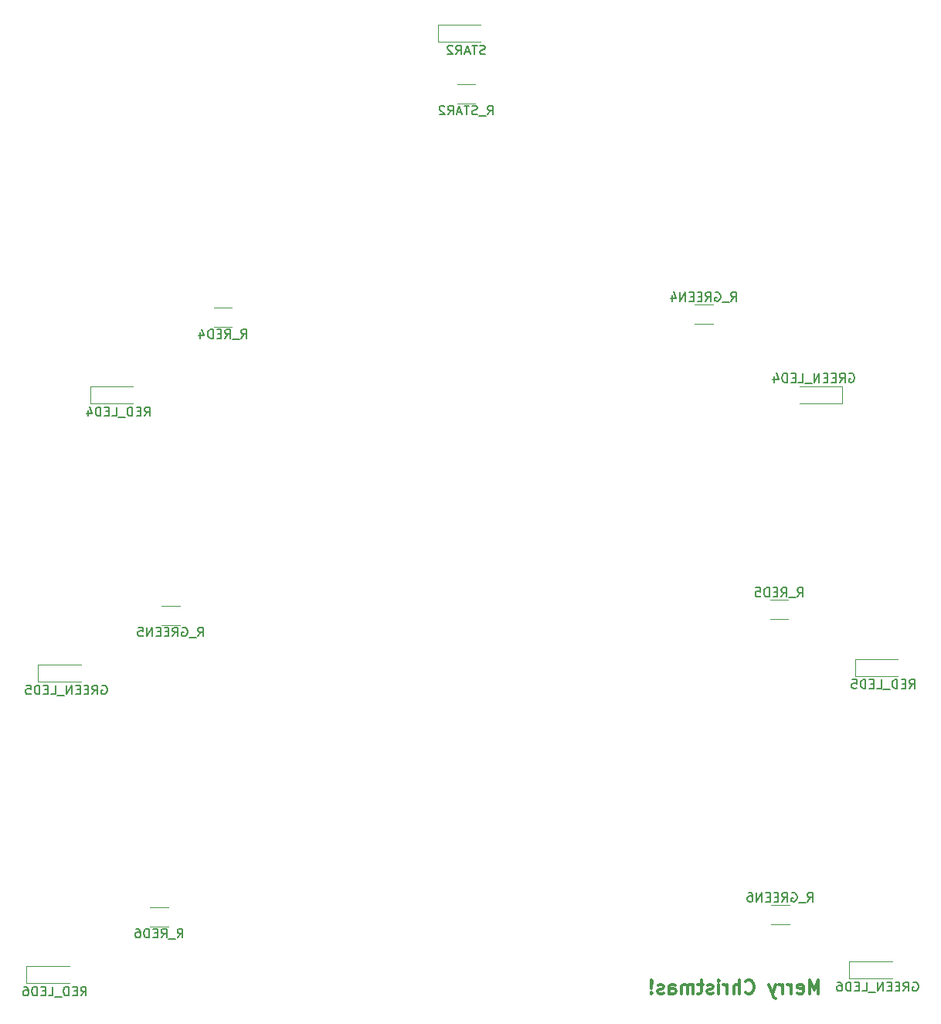
<source format=gbr>
G04 #@! TF.FileFunction,Legend,Bot*
%FSLAX46Y46*%
G04 Gerber Fmt 4.6, Leading zero omitted, Abs format (unit mm)*
G04 Created by KiCad (PCBNEW 4.0.6) date Monday, November 13, 2017 'PMt' 07:08:10 PM*
%MOMM*%
%LPD*%
G01*
G04 APERTURE LIST*
%ADD10C,0.100000*%
%ADD11C,0.300000*%
%ADD12C,0.120000*%
%ADD13C,0.150000*%
G04 APERTURE END LIST*
D10*
D11*
X133856857Y-130345571D02*
X133856857Y-128845571D01*
X133356857Y-129917000D01*
X132856857Y-128845571D01*
X132856857Y-130345571D01*
X131571143Y-130274143D02*
X131714000Y-130345571D01*
X131999714Y-130345571D01*
X132142571Y-130274143D01*
X132214000Y-130131286D01*
X132214000Y-129559857D01*
X132142571Y-129417000D01*
X131999714Y-129345571D01*
X131714000Y-129345571D01*
X131571143Y-129417000D01*
X131499714Y-129559857D01*
X131499714Y-129702714D01*
X132214000Y-129845571D01*
X130856857Y-130345571D02*
X130856857Y-129345571D01*
X130856857Y-129631286D02*
X130785429Y-129488429D01*
X130714000Y-129417000D01*
X130571143Y-129345571D01*
X130428286Y-129345571D01*
X129928286Y-130345571D02*
X129928286Y-129345571D01*
X129928286Y-129631286D02*
X129856858Y-129488429D01*
X129785429Y-129417000D01*
X129642572Y-129345571D01*
X129499715Y-129345571D01*
X129142572Y-129345571D02*
X128785429Y-130345571D01*
X128428287Y-129345571D02*
X128785429Y-130345571D01*
X128928287Y-130702714D01*
X128999715Y-130774143D01*
X129142572Y-130845571D01*
X125856858Y-130202714D02*
X125928287Y-130274143D01*
X126142573Y-130345571D01*
X126285430Y-130345571D01*
X126499715Y-130274143D01*
X126642573Y-130131286D01*
X126714001Y-129988429D01*
X126785430Y-129702714D01*
X126785430Y-129488429D01*
X126714001Y-129202714D01*
X126642573Y-129059857D01*
X126499715Y-128917000D01*
X126285430Y-128845571D01*
X126142573Y-128845571D01*
X125928287Y-128917000D01*
X125856858Y-128988429D01*
X125214001Y-130345571D02*
X125214001Y-128845571D01*
X124571144Y-130345571D02*
X124571144Y-129559857D01*
X124642573Y-129417000D01*
X124785430Y-129345571D01*
X124999715Y-129345571D01*
X125142573Y-129417000D01*
X125214001Y-129488429D01*
X123856858Y-130345571D02*
X123856858Y-129345571D01*
X123856858Y-129631286D02*
X123785430Y-129488429D01*
X123714001Y-129417000D01*
X123571144Y-129345571D01*
X123428287Y-129345571D01*
X122928287Y-130345571D02*
X122928287Y-129345571D01*
X122928287Y-128845571D02*
X122999716Y-128917000D01*
X122928287Y-128988429D01*
X122856859Y-128917000D01*
X122928287Y-128845571D01*
X122928287Y-128988429D01*
X122285430Y-130274143D02*
X122142573Y-130345571D01*
X121856858Y-130345571D01*
X121714001Y-130274143D01*
X121642573Y-130131286D01*
X121642573Y-130059857D01*
X121714001Y-129917000D01*
X121856858Y-129845571D01*
X122071144Y-129845571D01*
X122214001Y-129774143D01*
X122285430Y-129631286D01*
X122285430Y-129559857D01*
X122214001Y-129417000D01*
X122071144Y-129345571D01*
X121856858Y-129345571D01*
X121714001Y-129417000D01*
X121214001Y-129345571D02*
X120642572Y-129345571D01*
X120999715Y-128845571D02*
X120999715Y-130131286D01*
X120928287Y-130274143D01*
X120785429Y-130345571D01*
X120642572Y-130345571D01*
X120142572Y-130345571D02*
X120142572Y-129345571D01*
X120142572Y-129488429D02*
X120071144Y-129417000D01*
X119928286Y-129345571D01*
X119714001Y-129345571D01*
X119571144Y-129417000D01*
X119499715Y-129559857D01*
X119499715Y-130345571D01*
X119499715Y-129559857D02*
X119428286Y-129417000D01*
X119285429Y-129345571D01*
X119071144Y-129345571D01*
X118928286Y-129417000D01*
X118856858Y-129559857D01*
X118856858Y-130345571D01*
X117499715Y-130345571D02*
X117499715Y-129559857D01*
X117571144Y-129417000D01*
X117714001Y-129345571D01*
X117999715Y-129345571D01*
X118142572Y-129417000D01*
X117499715Y-130274143D02*
X117642572Y-130345571D01*
X117999715Y-130345571D01*
X118142572Y-130274143D01*
X118214001Y-130131286D01*
X118214001Y-129988429D01*
X118142572Y-129845571D01*
X117999715Y-129774143D01*
X117642572Y-129774143D01*
X117499715Y-129702714D01*
X116856858Y-130274143D02*
X116714001Y-130345571D01*
X116428286Y-130345571D01*
X116285429Y-130274143D01*
X116214001Y-130131286D01*
X116214001Y-130059857D01*
X116285429Y-129917000D01*
X116428286Y-129845571D01*
X116642572Y-129845571D01*
X116785429Y-129774143D01*
X116856858Y-129631286D01*
X116856858Y-129559857D01*
X116785429Y-129417000D01*
X116642572Y-129345571D01*
X116428286Y-129345571D01*
X116285429Y-129417000D01*
X115571143Y-130202714D02*
X115499715Y-130274143D01*
X115571143Y-130345571D01*
X115642572Y-130274143D01*
X115571143Y-130202714D01*
X115571143Y-130345571D01*
X115571143Y-129774143D02*
X115642572Y-128917000D01*
X115571143Y-128845571D01*
X115499715Y-128917000D01*
X115571143Y-129774143D01*
X115571143Y-128845571D01*
D12*
X136450000Y-63820000D02*
X136450000Y-65720000D01*
X136450000Y-65720000D02*
X131750000Y-65720000D01*
X136450000Y-63820000D02*
X131750000Y-63820000D01*
X48335000Y-96200000D02*
X48335000Y-94300000D01*
X48335000Y-94300000D02*
X53035000Y-94300000D01*
X48335000Y-96200000D02*
X53035000Y-96200000D01*
X137235000Y-128712000D02*
X137235000Y-126812000D01*
X137235000Y-126812000D02*
X141935000Y-126812000D01*
X137235000Y-128712000D02*
X141935000Y-128712000D01*
X54050000Y-65720000D02*
X54050000Y-63820000D01*
X54050000Y-63820000D02*
X58750000Y-63820000D01*
X54050000Y-65720000D02*
X58750000Y-65720000D01*
X137870000Y-95565000D02*
X137870000Y-93665000D01*
X137870000Y-93665000D02*
X142570000Y-93665000D01*
X137870000Y-95565000D02*
X142570000Y-95565000D01*
X47065000Y-129220000D02*
X47065000Y-127320000D01*
X47065000Y-127320000D02*
X51765000Y-127320000D01*
X47065000Y-129220000D02*
X51765000Y-129220000D01*
X120285000Y-56950000D02*
X122285000Y-56950000D01*
X122285000Y-54810000D02*
X120285000Y-54810000D01*
X63865000Y-87830000D02*
X61865000Y-87830000D01*
X61865000Y-89970000D02*
X63865000Y-89970000D01*
X128667000Y-122736000D02*
X130667000Y-122736000D01*
X130667000Y-120596000D02*
X128667000Y-120596000D01*
X69580000Y-55191000D02*
X67580000Y-55191000D01*
X67580000Y-57331000D02*
X69580000Y-57331000D01*
X128540000Y-89335000D02*
X130540000Y-89335000D01*
X130540000Y-87195000D02*
X128540000Y-87195000D01*
X62595000Y-120850000D02*
X60595000Y-120850000D01*
X60595000Y-122990000D02*
X62595000Y-122990000D01*
X96250000Y-30680000D02*
X94250000Y-30680000D01*
X94250000Y-32820000D02*
X96250000Y-32820000D01*
X92150000Y-26096000D02*
X92150000Y-24196000D01*
X92150000Y-24196000D02*
X96850000Y-24196000D01*
X92150000Y-26096000D02*
X96850000Y-26096000D01*
D13*
X137230952Y-62420000D02*
X137326190Y-62372381D01*
X137469047Y-62372381D01*
X137611905Y-62420000D01*
X137707143Y-62515238D01*
X137754762Y-62610476D01*
X137802381Y-62800952D01*
X137802381Y-62943810D01*
X137754762Y-63134286D01*
X137707143Y-63229524D01*
X137611905Y-63324762D01*
X137469047Y-63372381D01*
X137373809Y-63372381D01*
X137230952Y-63324762D01*
X137183333Y-63277143D01*
X137183333Y-62943810D01*
X137373809Y-62943810D01*
X136183333Y-63372381D02*
X136516667Y-62896190D01*
X136754762Y-63372381D02*
X136754762Y-62372381D01*
X136373809Y-62372381D01*
X136278571Y-62420000D01*
X136230952Y-62467619D01*
X136183333Y-62562857D01*
X136183333Y-62705714D01*
X136230952Y-62800952D01*
X136278571Y-62848571D01*
X136373809Y-62896190D01*
X136754762Y-62896190D01*
X135754762Y-62848571D02*
X135421428Y-62848571D01*
X135278571Y-63372381D02*
X135754762Y-63372381D01*
X135754762Y-62372381D01*
X135278571Y-62372381D01*
X134850000Y-62848571D02*
X134516666Y-62848571D01*
X134373809Y-63372381D02*
X134850000Y-63372381D01*
X134850000Y-62372381D01*
X134373809Y-62372381D01*
X133945238Y-63372381D02*
X133945238Y-62372381D01*
X133373809Y-63372381D01*
X133373809Y-62372381D01*
X133135714Y-63467619D02*
X132373809Y-63467619D01*
X131659523Y-63372381D02*
X132135714Y-63372381D01*
X132135714Y-62372381D01*
X131326190Y-62848571D02*
X130992856Y-62848571D01*
X130849999Y-63372381D02*
X131326190Y-63372381D01*
X131326190Y-62372381D01*
X130849999Y-62372381D01*
X130421428Y-63372381D02*
X130421428Y-62372381D01*
X130183333Y-62372381D01*
X130040475Y-62420000D01*
X129945237Y-62515238D01*
X129897618Y-62610476D01*
X129849999Y-62800952D01*
X129849999Y-62943810D01*
X129897618Y-63134286D01*
X129945237Y-63229524D01*
X130040475Y-63324762D01*
X130183333Y-63372381D01*
X130421428Y-63372381D01*
X128992856Y-62705714D02*
X128992856Y-63372381D01*
X129230952Y-62324762D02*
X129469047Y-63039048D01*
X128849999Y-63039048D01*
X55315952Y-96600000D02*
X55411190Y-96552381D01*
X55554047Y-96552381D01*
X55696905Y-96600000D01*
X55792143Y-96695238D01*
X55839762Y-96790476D01*
X55887381Y-96980952D01*
X55887381Y-97123810D01*
X55839762Y-97314286D01*
X55792143Y-97409524D01*
X55696905Y-97504762D01*
X55554047Y-97552381D01*
X55458809Y-97552381D01*
X55315952Y-97504762D01*
X55268333Y-97457143D01*
X55268333Y-97123810D01*
X55458809Y-97123810D01*
X54268333Y-97552381D02*
X54601667Y-97076190D01*
X54839762Y-97552381D02*
X54839762Y-96552381D01*
X54458809Y-96552381D01*
X54363571Y-96600000D01*
X54315952Y-96647619D01*
X54268333Y-96742857D01*
X54268333Y-96885714D01*
X54315952Y-96980952D01*
X54363571Y-97028571D01*
X54458809Y-97076190D01*
X54839762Y-97076190D01*
X53839762Y-97028571D02*
X53506428Y-97028571D01*
X53363571Y-97552381D02*
X53839762Y-97552381D01*
X53839762Y-96552381D01*
X53363571Y-96552381D01*
X52935000Y-97028571D02*
X52601666Y-97028571D01*
X52458809Y-97552381D02*
X52935000Y-97552381D01*
X52935000Y-96552381D01*
X52458809Y-96552381D01*
X52030238Y-97552381D02*
X52030238Y-96552381D01*
X51458809Y-97552381D01*
X51458809Y-96552381D01*
X51220714Y-97647619D02*
X50458809Y-97647619D01*
X49744523Y-97552381D02*
X50220714Y-97552381D01*
X50220714Y-96552381D01*
X49411190Y-97028571D02*
X49077856Y-97028571D01*
X48934999Y-97552381D02*
X49411190Y-97552381D01*
X49411190Y-96552381D01*
X48934999Y-96552381D01*
X48506428Y-97552381D02*
X48506428Y-96552381D01*
X48268333Y-96552381D01*
X48125475Y-96600000D01*
X48030237Y-96695238D01*
X47982618Y-96790476D01*
X47934999Y-96980952D01*
X47934999Y-97123810D01*
X47982618Y-97314286D01*
X48030237Y-97409524D01*
X48125475Y-97504762D01*
X48268333Y-97552381D01*
X48506428Y-97552381D01*
X47030237Y-96552381D02*
X47506428Y-96552381D01*
X47554047Y-97028571D01*
X47506428Y-96980952D01*
X47411190Y-96933333D01*
X47173094Y-96933333D01*
X47077856Y-96980952D01*
X47030237Y-97028571D01*
X46982618Y-97123810D01*
X46982618Y-97361905D01*
X47030237Y-97457143D01*
X47077856Y-97504762D01*
X47173094Y-97552381D01*
X47411190Y-97552381D01*
X47506428Y-97504762D01*
X47554047Y-97457143D01*
X144215952Y-129112000D02*
X144311190Y-129064381D01*
X144454047Y-129064381D01*
X144596905Y-129112000D01*
X144692143Y-129207238D01*
X144739762Y-129302476D01*
X144787381Y-129492952D01*
X144787381Y-129635810D01*
X144739762Y-129826286D01*
X144692143Y-129921524D01*
X144596905Y-130016762D01*
X144454047Y-130064381D01*
X144358809Y-130064381D01*
X144215952Y-130016762D01*
X144168333Y-129969143D01*
X144168333Y-129635810D01*
X144358809Y-129635810D01*
X143168333Y-130064381D02*
X143501667Y-129588190D01*
X143739762Y-130064381D02*
X143739762Y-129064381D01*
X143358809Y-129064381D01*
X143263571Y-129112000D01*
X143215952Y-129159619D01*
X143168333Y-129254857D01*
X143168333Y-129397714D01*
X143215952Y-129492952D01*
X143263571Y-129540571D01*
X143358809Y-129588190D01*
X143739762Y-129588190D01*
X142739762Y-129540571D02*
X142406428Y-129540571D01*
X142263571Y-130064381D02*
X142739762Y-130064381D01*
X142739762Y-129064381D01*
X142263571Y-129064381D01*
X141835000Y-129540571D02*
X141501666Y-129540571D01*
X141358809Y-130064381D02*
X141835000Y-130064381D01*
X141835000Y-129064381D01*
X141358809Y-129064381D01*
X140930238Y-130064381D02*
X140930238Y-129064381D01*
X140358809Y-130064381D01*
X140358809Y-129064381D01*
X140120714Y-130159619D02*
X139358809Y-130159619D01*
X138644523Y-130064381D02*
X139120714Y-130064381D01*
X139120714Y-129064381D01*
X138311190Y-129540571D02*
X137977856Y-129540571D01*
X137834999Y-130064381D02*
X138311190Y-130064381D01*
X138311190Y-129064381D01*
X137834999Y-129064381D01*
X137406428Y-130064381D02*
X137406428Y-129064381D01*
X137168333Y-129064381D01*
X137025475Y-129112000D01*
X136930237Y-129207238D01*
X136882618Y-129302476D01*
X136834999Y-129492952D01*
X136834999Y-129635810D01*
X136882618Y-129826286D01*
X136930237Y-129921524D01*
X137025475Y-130016762D01*
X137168333Y-130064381D01*
X137406428Y-130064381D01*
X135977856Y-129064381D02*
X136168333Y-129064381D01*
X136263571Y-129112000D01*
X136311190Y-129159619D01*
X136406428Y-129302476D01*
X136454047Y-129492952D01*
X136454047Y-129873905D01*
X136406428Y-129969143D01*
X136358809Y-130016762D01*
X136263571Y-130064381D01*
X136073094Y-130064381D01*
X135977856Y-130016762D01*
X135930237Y-129969143D01*
X135882618Y-129873905D01*
X135882618Y-129635810D01*
X135930237Y-129540571D01*
X135977856Y-129492952D01*
X136073094Y-129445333D01*
X136263571Y-129445333D01*
X136358809Y-129492952D01*
X136406428Y-129540571D01*
X136454047Y-129635810D01*
X60007143Y-67072381D02*
X60340477Y-66596190D01*
X60578572Y-67072381D02*
X60578572Y-66072381D01*
X60197619Y-66072381D01*
X60102381Y-66120000D01*
X60054762Y-66167619D01*
X60007143Y-66262857D01*
X60007143Y-66405714D01*
X60054762Y-66500952D01*
X60102381Y-66548571D01*
X60197619Y-66596190D01*
X60578572Y-66596190D01*
X59578572Y-66548571D02*
X59245238Y-66548571D01*
X59102381Y-67072381D02*
X59578572Y-67072381D01*
X59578572Y-66072381D01*
X59102381Y-66072381D01*
X58673810Y-67072381D02*
X58673810Y-66072381D01*
X58435715Y-66072381D01*
X58292857Y-66120000D01*
X58197619Y-66215238D01*
X58150000Y-66310476D01*
X58102381Y-66500952D01*
X58102381Y-66643810D01*
X58150000Y-66834286D01*
X58197619Y-66929524D01*
X58292857Y-67024762D01*
X58435715Y-67072381D01*
X58673810Y-67072381D01*
X57911905Y-67167619D02*
X57150000Y-67167619D01*
X56435714Y-67072381D02*
X56911905Y-67072381D01*
X56911905Y-66072381D01*
X56102381Y-66548571D02*
X55769047Y-66548571D01*
X55626190Y-67072381D02*
X56102381Y-67072381D01*
X56102381Y-66072381D01*
X55626190Y-66072381D01*
X55197619Y-67072381D02*
X55197619Y-66072381D01*
X54959524Y-66072381D01*
X54816666Y-66120000D01*
X54721428Y-66215238D01*
X54673809Y-66310476D01*
X54626190Y-66500952D01*
X54626190Y-66643810D01*
X54673809Y-66834286D01*
X54721428Y-66929524D01*
X54816666Y-67024762D01*
X54959524Y-67072381D01*
X55197619Y-67072381D01*
X53769047Y-66405714D02*
X53769047Y-67072381D01*
X54007143Y-66024762D02*
X54245238Y-66739048D01*
X53626190Y-66739048D01*
X143827143Y-96917381D02*
X144160477Y-96441190D01*
X144398572Y-96917381D02*
X144398572Y-95917381D01*
X144017619Y-95917381D01*
X143922381Y-95965000D01*
X143874762Y-96012619D01*
X143827143Y-96107857D01*
X143827143Y-96250714D01*
X143874762Y-96345952D01*
X143922381Y-96393571D01*
X144017619Y-96441190D01*
X144398572Y-96441190D01*
X143398572Y-96393571D02*
X143065238Y-96393571D01*
X142922381Y-96917381D02*
X143398572Y-96917381D01*
X143398572Y-95917381D01*
X142922381Y-95917381D01*
X142493810Y-96917381D02*
X142493810Y-95917381D01*
X142255715Y-95917381D01*
X142112857Y-95965000D01*
X142017619Y-96060238D01*
X141970000Y-96155476D01*
X141922381Y-96345952D01*
X141922381Y-96488810D01*
X141970000Y-96679286D01*
X142017619Y-96774524D01*
X142112857Y-96869762D01*
X142255715Y-96917381D01*
X142493810Y-96917381D01*
X141731905Y-97012619D02*
X140970000Y-97012619D01*
X140255714Y-96917381D02*
X140731905Y-96917381D01*
X140731905Y-95917381D01*
X139922381Y-96393571D02*
X139589047Y-96393571D01*
X139446190Y-96917381D02*
X139922381Y-96917381D01*
X139922381Y-95917381D01*
X139446190Y-95917381D01*
X139017619Y-96917381D02*
X139017619Y-95917381D01*
X138779524Y-95917381D01*
X138636666Y-95965000D01*
X138541428Y-96060238D01*
X138493809Y-96155476D01*
X138446190Y-96345952D01*
X138446190Y-96488810D01*
X138493809Y-96679286D01*
X138541428Y-96774524D01*
X138636666Y-96869762D01*
X138779524Y-96917381D01*
X139017619Y-96917381D01*
X137541428Y-95917381D02*
X138017619Y-95917381D01*
X138065238Y-96393571D01*
X138017619Y-96345952D01*
X137922381Y-96298333D01*
X137684285Y-96298333D01*
X137589047Y-96345952D01*
X137541428Y-96393571D01*
X137493809Y-96488810D01*
X137493809Y-96726905D01*
X137541428Y-96822143D01*
X137589047Y-96869762D01*
X137684285Y-96917381D01*
X137922381Y-96917381D01*
X138017619Y-96869762D01*
X138065238Y-96822143D01*
X53022143Y-130572381D02*
X53355477Y-130096190D01*
X53593572Y-130572381D02*
X53593572Y-129572381D01*
X53212619Y-129572381D01*
X53117381Y-129620000D01*
X53069762Y-129667619D01*
X53022143Y-129762857D01*
X53022143Y-129905714D01*
X53069762Y-130000952D01*
X53117381Y-130048571D01*
X53212619Y-130096190D01*
X53593572Y-130096190D01*
X52593572Y-130048571D02*
X52260238Y-130048571D01*
X52117381Y-130572381D02*
X52593572Y-130572381D01*
X52593572Y-129572381D01*
X52117381Y-129572381D01*
X51688810Y-130572381D02*
X51688810Y-129572381D01*
X51450715Y-129572381D01*
X51307857Y-129620000D01*
X51212619Y-129715238D01*
X51165000Y-129810476D01*
X51117381Y-130000952D01*
X51117381Y-130143810D01*
X51165000Y-130334286D01*
X51212619Y-130429524D01*
X51307857Y-130524762D01*
X51450715Y-130572381D01*
X51688810Y-130572381D01*
X50926905Y-130667619D02*
X50165000Y-130667619D01*
X49450714Y-130572381D02*
X49926905Y-130572381D01*
X49926905Y-129572381D01*
X49117381Y-130048571D02*
X48784047Y-130048571D01*
X48641190Y-130572381D02*
X49117381Y-130572381D01*
X49117381Y-129572381D01*
X48641190Y-129572381D01*
X48212619Y-130572381D02*
X48212619Y-129572381D01*
X47974524Y-129572381D01*
X47831666Y-129620000D01*
X47736428Y-129715238D01*
X47688809Y-129810476D01*
X47641190Y-130000952D01*
X47641190Y-130143810D01*
X47688809Y-130334286D01*
X47736428Y-130429524D01*
X47831666Y-130524762D01*
X47974524Y-130572381D01*
X48212619Y-130572381D01*
X46784047Y-129572381D02*
X46974524Y-129572381D01*
X47069762Y-129620000D01*
X47117381Y-129667619D01*
X47212619Y-129810476D01*
X47260238Y-130000952D01*
X47260238Y-130381905D01*
X47212619Y-130477143D01*
X47165000Y-130524762D01*
X47069762Y-130572381D01*
X46879285Y-130572381D01*
X46784047Y-130524762D01*
X46736428Y-130477143D01*
X46688809Y-130381905D01*
X46688809Y-130143810D01*
X46736428Y-130048571D01*
X46784047Y-130000952D01*
X46879285Y-129953333D01*
X47069762Y-129953333D01*
X47165000Y-130000952D01*
X47212619Y-130048571D01*
X47260238Y-130143810D01*
X124261190Y-54482381D02*
X124594524Y-54006190D01*
X124832619Y-54482381D02*
X124832619Y-53482381D01*
X124451666Y-53482381D01*
X124356428Y-53530000D01*
X124308809Y-53577619D01*
X124261190Y-53672857D01*
X124261190Y-53815714D01*
X124308809Y-53910952D01*
X124356428Y-53958571D01*
X124451666Y-54006190D01*
X124832619Y-54006190D01*
X124070714Y-54577619D02*
X123308809Y-54577619D01*
X122546904Y-53530000D02*
X122642142Y-53482381D01*
X122784999Y-53482381D01*
X122927857Y-53530000D01*
X123023095Y-53625238D01*
X123070714Y-53720476D01*
X123118333Y-53910952D01*
X123118333Y-54053810D01*
X123070714Y-54244286D01*
X123023095Y-54339524D01*
X122927857Y-54434762D01*
X122784999Y-54482381D01*
X122689761Y-54482381D01*
X122546904Y-54434762D01*
X122499285Y-54387143D01*
X122499285Y-54053810D01*
X122689761Y-54053810D01*
X121499285Y-54482381D02*
X121832619Y-54006190D01*
X122070714Y-54482381D02*
X122070714Y-53482381D01*
X121689761Y-53482381D01*
X121594523Y-53530000D01*
X121546904Y-53577619D01*
X121499285Y-53672857D01*
X121499285Y-53815714D01*
X121546904Y-53910952D01*
X121594523Y-53958571D01*
X121689761Y-54006190D01*
X122070714Y-54006190D01*
X121070714Y-53958571D02*
X120737380Y-53958571D01*
X120594523Y-54482381D02*
X121070714Y-54482381D01*
X121070714Y-53482381D01*
X120594523Y-53482381D01*
X120165952Y-53958571D02*
X119832618Y-53958571D01*
X119689761Y-54482381D02*
X120165952Y-54482381D01*
X120165952Y-53482381D01*
X119689761Y-53482381D01*
X119261190Y-54482381D02*
X119261190Y-53482381D01*
X118689761Y-54482381D01*
X118689761Y-53482381D01*
X117784999Y-53815714D02*
X117784999Y-54482381D01*
X118023095Y-53434762D02*
X118261190Y-54149048D01*
X117642142Y-54149048D01*
X65841190Y-91202381D02*
X66174524Y-90726190D01*
X66412619Y-91202381D02*
X66412619Y-90202381D01*
X66031666Y-90202381D01*
X65936428Y-90250000D01*
X65888809Y-90297619D01*
X65841190Y-90392857D01*
X65841190Y-90535714D01*
X65888809Y-90630952D01*
X65936428Y-90678571D01*
X66031666Y-90726190D01*
X66412619Y-90726190D01*
X65650714Y-91297619D02*
X64888809Y-91297619D01*
X64126904Y-90250000D02*
X64222142Y-90202381D01*
X64364999Y-90202381D01*
X64507857Y-90250000D01*
X64603095Y-90345238D01*
X64650714Y-90440476D01*
X64698333Y-90630952D01*
X64698333Y-90773810D01*
X64650714Y-90964286D01*
X64603095Y-91059524D01*
X64507857Y-91154762D01*
X64364999Y-91202381D01*
X64269761Y-91202381D01*
X64126904Y-91154762D01*
X64079285Y-91107143D01*
X64079285Y-90773810D01*
X64269761Y-90773810D01*
X63079285Y-91202381D02*
X63412619Y-90726190D01*
X63650714Y-91202381D02*
X63650714Y-90202381D01*
X63269761Y-90202381D01*
X63174523Y-90250000D01*
X63126904Y-90297619D01*
X63079285Y-90392857D01*
X63079285Y-90535714D01*
X63126904Y-90630952D01*
X63174523Y-90678571D01*
X63269761Y-90726190D01*
X63650714Y-90726190D01*
X62650714Y-90678571D02*
X62317380Y-90678571D01*
X62174523Y-91202381D02*
X62650714Y-91202381D01*
X62650714Y-90202381D01*
X62174523Y-90202381D01*
X61745952Y-90678571D02*
X61412618Y-90678571D01*
X61269761Y-91202381D02*
X61745952Y-91202381D01*
X61745952Y-90202381D01*
X61269761Y-90202381D01*
X60841190Y-91202381D02*
X60841190Y-90202381D01*
X60269761Y-91202381D01*
X60269761Y-90202381D01*
X59317380Y-90202381D02*
X59793571Y-90202381D01*
X59841190Y-90678571D01*
X59793571Y-90630952D01*
X59698333Y-90583333D01*
X59460237Y-90583333D01*
X59364999Y-90630952D01*
X59317380Y-90678571D01*
X59269761Y-90773810D01*
X59269761Y-91011905D01*
X59317380Y-91107143D01*
X59364999Y-91154762D01*
X59460237Y-91202381D01*
X59698333Y-91202381D01*
X59793571Y-91154762D01*
X59841190Y-91107143D01*
X132643190Y-120268381D02*
X132976524Y-119792190D01*
X133214619Y-120268381D02*
X133214619Y-119268381D01*
X132833666Y-119268381D01*
X132738428Y-119316000D01*
X132690809Y-119363619D01*
X132643190Y-119458857D01*
X132643190Y-119601714D01*
X132690809Y-119696952D01*
X132738428Y-119744571D01*
X132833666Y-119792190D01*
X133214619Y-119792190D01*
X132452714Y-120363619D02*
X131690809Y-120363619D01*
X130928904Y-119316000D02*
X131024142Y-119268381D01*
X131166999Y-119268381D01*
X131309857Y-119316000D01*
X131405095Y-119411238D01*
X131452714Y-119506476D01*
X131500333Y-119696952D01*
X131500333Y-119839810D01*
X131452714Y-120030286D01*
X131405095Y-120125524D01*
X131309857Y-120220762D01*
X131166999Y-120268381D01*
X131071761Y-120268381D01*
X130928904Y-120220762D01*
X130881285Y-120173143D01*
X130881285Y-119839810D01*
X131071761Y-119839810D01*
X129881285Y-120268381D02*
X130214619Y-119792190D01*
X130452714Y-120268381D02*
X130452714Y-119268381D01*
X130071761Y-119268381D01*
X129976523Y-119316000D01*
X129928904Y-119363619D01*
X129881285Y-119458857D01*
X129881285Y-119601714D01*
X129928904Y-119696952D01*
X129976523Y-119744571D01*
X130071761Y-119792190D01*
X130452714Y-119792190D01*
X129452714Y-119744571D02*
X129119380Y-119744571D01*
X128976523Y-120268381D02*
X129452714Y-120268381D01*
X129452714Y-119268381D01*
X128976523Y-119268381D01*
X128547952Y-119744571D02*
X128214618Y-119744571D01*
X128071761Y-120268381D02*
X128547952Y-120268381D01*
X128547952Y-119268381D01*
X128071761Y-119268381D01*
X127643190Y-120268381D02*
X127643190Y-119268381D01*
X127071761Y-120268381D01*
X127071761Y-119268381D01*
X126166999Y-119268381D02*
X126357476Y-119268381D01*
X126452714Y-119316000D01*
X126500333Y-119363619D01*
X126595571Y-119506476D01*
X126643190Y-119696952D01*
X126643190Y-120077905D01*
X126595571Y-120173143D01*
X126547952Y-120220762D01*
X126452714Y-120268381D01*
X126262237Y-120268381D01*
X126166999Y-120220762D01*
X126119380Y-120173143D01*
X126071761Y-120077905D01*
X126071761Y-119839810D01*
X126119380Y-119744571D01*
X126166999Y-119696952D01*
X126262237Y-119649333D01*
X126452714Y-119649333D01*
X126547952Y-119696952D01*
X126595571Y-119744571D01*
X126643190Y-119839810D01*
X70580000Y-58563381D02*
X70913334Y-58087190D01*
X71151429Y-58563381D02*
X71151429Y-57563381D01*
X70770476Y-57563381D01*
X70675238Y-57611000D01*
X70627619Y-57658619D01*
X70580000Y-57753857D01*
X70580000Y-57896714D01*
X70627619Y-57991952D01*
X70675238Y-58039571D01*
X70770476Y-58087190D01*
X71151429Y-58087190D01*
X70389524Y-58658619D02*
X69627619Y-58658619D01*
X68818095Y-58563381D02*
X69151429Y-58087190D01*
X69389524Y-58563381D02*
X69389524Y-57563381D01*
X69008571Y-57563381D01*
X68913333Y-57611000D01*
X68865714Y-57658619D01*
X68818095Y-57753857D01*
X68818095Y-57896714D01*
X68865714Y-57991952D01*
X68913333Y-58039571D01*
X69008571Y-58087190D01*
X69389524Y-58087190D01*
X68389524Y-58039571D02*
X68056190Y-58039571D01*
X67913333Y-58563381D02*
X68389524Y-58563381D01*
X68389524Y-57563381D01*
X67913333Y-57563381D01*
X67484762Y-58563381D02*
X67484762Y-57563381D01*
X67246667Y-57563381D01*
X67103809Y-57611000D01*
X67008571Y-57706238D01*
X66960952Y-57801476D01*
X66913333Y-57991952D01*
X66913333Y-58134810D01*
X66960952Y-58325286D01*
X67008571Y-58420524D01*
X67103809Y-58515762D01*
X67246667Y-58563381D01*
X67484762Y-58563381D01*
X66056190Y-57896714D02*
X66056190Y-58563381D01*
X66294286Y-57515762D02*
X66532381Y-58230048D01*
X65913333Y-58230048D01*
X131540000Y-86867381D02*
X131873334Y-86391190D01*
X132111429Y-86867381D02*
X132111429Y-85867381D01*
X131730476Y-85867381D01*
X131635238Y-85915000D01*
X131587619Y-85962619D01*
X131540000Y-86057857D01*
X131540000Y-86200714D01*
X131587619Y-86295952D01*
X131635238Y-86343571D01*
X131730476Y-86391190D01*
X132111429Y-86391190D01*
X131349524Y-86962619D02*
X130587619Y-86962619D01*
X129778095Y-86867381D02*
X130111429Y-86391190D01*
X130349524Y-86867381D02*
X130349524Y-85867381D01*
X129968571Y-85867381D01*
X129873333Y-85915000D01*
X129825714Y-85962619D01*
X129778095Y-86057857D01*
X129778095Y-86200714D01*
X129825714Y-86295952D01*
X129873333Y-86343571D01*
X129968571Y-86391190D01*
X130349524Y-86391190D01*
X129349524Y-86343571D02*
X129016190Y-86343571D01*
X128873333Y-86867381D02*
X129349524Y-86867381D01*
X129349524Y-85867381D01*
X128873333Y-85867381D01*
X128444762Y-86867381D02*
X128444762Y-85867381D01*
X128206667Y-85867381D01*
X128063809Y-85915000D01*
X127968571Y-86010238D01*
X127920952Y-86105476D01*
X127873333Y-86295952D01*
X127873333Y-86438810D01*
X127920952Y-86629286D01*
X127968571Y-86724524D01*
X128063809Y-86819762D01*
X128206667Y-86867381D01*
X128444762Y-86867381D01*
X126968571Y-85867381D02*
X127444762Y-85867381D01*
X127492381Y-86343571D01*
X127444762Y-86295952D01*
X127349524Y-86248333D01*
X127111428Y-86248333D01*
X127016190Y-86295952D01*
X126968571Y-86343571D01*
X126920952Y-86438810D01*
X126920952Y-86676905D01*
X126968571Y-86772143D01*
X127016190Y-86819762D01*
X127111428Y-86867381D01*
X127349524Y-86867381D01*
X127444762Y-86819762D01*
X127492381Y-86772143D01*
X63595000Y-124222381D02*
X63928334Y-123746190D01*
X64166429Y-124222381D02*
X64166429Y-123222381D01*
X63785476Y-123222381D01*
X63690238Y-123270000D01*
X63642619Y-123317619D01*
X63595000Y-123412857D01*
X63595000Y-123555714D01*
X63642619Y-123650952D01*
X63690238Y-123698571D01*
X63785476Y-123746190D01*
X64166429Y-123746190D01*
X63404524Y-124317619D02*
X62642619Y-124317619D01*
X61833095Y-124222381D02*
X62166429Y-123746190D01*
X62404524Y-124222381D02*
X62404524Y-123222381D01*
X62023571Y-123222381D01*
X61928333Y-123270000D01*
X61880714Y-123317619D01*
X61833095Y-123412857D01*
X61833095Y-123555714D01*
X61880714Y-123650952D01*
X61928333Y-123698571D01*
X62023571Y-123746190D01*
X62404524Y-123746190D01*
X61404524Y-123698571D02*
X61071190Y-123698571D01*
X60928333Y-124222381D02*
X61404524Y-124222381D01*
X61404524Y-123222381D01*
X60928333Y-123222381D01*
X60499762Y-124222381D02*
X60499762Y-123222381D01*
X60261667Y-123222381D01*
X60118809Y-123270000D01*
X60023571Y-123365238D01*
X59975952Y-123460476D01*
X59928333Y-123650952D01*
X59928333Y-123793810D01*
X59975952Y-123984286D01*
X60023571Y-124079524D01*
X60118809Y-124174762D01*
X60261667Y-124222381D01*
X60499762Y-124222381D01*
X59071190Y-123222381D02*
X59261667Y-123222381D01*
X59356905Y-123270000D01*
X59404524Y-123317619D01*
X59499762Y-123460476D01*
X59547381Y-123650952D01*
X59547381Y-124031905D01*
X59499762Y-124127143D01*
X59452143Y-124174762D01*
X59356905Y-124222381D01*
X59166428Y-124222381D01*
X59071190Y-124174762D01*
X59023571Y-124127143D01*
X58975952Y-124031905D01*
X58975952Y-123793810D01*
X59023571Y-123698571D01*
X59071190Y-123650952D01*
X59166428Y-123603333D01*
X59356905Y-123603333D01*
X59452143Y-123650952D01*
X59499762Y-123698571D01*
X59547381Y-123793810D01*
X97583333Y-34052381D02*
X97916667Y-33576190D01*
X98154762Y-34052381D02*
X98154762Y-33052381D01*
X97773809Y-33052381D01*
X97678571Y-33100000D01*
X97630952Y-33147619D01*
X97583333Y-33242857D01*
X97583333Y-33385714D01*
X97630952Y-33480952D01*
X97678571Y-33528571D01*
X97773809Y-33576190D01*
X98154762Y-33576190D01*
X97392857Y-34147619D02*
X96630952Y-34147619D01*
X96440476Y-34004762D02*
X96297619Y-34052381D01*
X96059523Y-34052381D01*
X95964285Y-34004762D01*
X95916666Y-33957143D01*
X95869047Y-33861905D01*
X95869047Y-33766667D01*
X95916666Y-33671429D01*
X95964285Y-33623810D01*
X96059523Y-33576190D01*
X96250000Y-33528571D01*
X96345238Y-33480952D01*
X96392857Y-33433333D01*
X96440476Y-33338095D01*
X96440476Y-33242857D01*
X96392857Y-33147619D01*
X96345238Y-33100000D01*
X96250000Y-33052381D01*
X96011904Y-33052381D01*
X95869047Y-33100000D01*
X95583333Y-33052381D02*
X95011904Y-33052381D01*
X95297619Y-34052381D02*
X95297619Y-33052381D01*
X94726190Y-33766667D02*
X94249999Y-33766667D01*
X94821428Y-34052381D02*
X94488095Y-33052381D01*
X94154761Y-34052381D01*
X93249999Y-34052381D02*
X93583333Y-33576190D01*
X93821428Y-34052381D02*
X93821428Y-33052381D01*
X93440475Y-33052381D01*
X93345237Y-33100000D01*
X93297618Y-33147619D01*
X93249999Y-33242857D01*
X93249999Y-33385714D01*
X93297618Y-33480952D01*
X93345237Y-33528571D01*
X93440475Y-33576190D01*
X93821428Y-33576190D01*
X92869047Y-33147619D02*
X92821428Y-33100000D01*
X92726190Y-33052381D01*
X92488094Y-33052381D01*
X92392856Y-33100000D01*
X92345237Y-33147619D01*
X92297618Y-33242857D01*
X92297618Y-33338095D01*
X92345237Y-33480952D01*
X92916666Y-34052381D01*
X92297618Y-34052381D01*
X97321429Y-27400762D02*
X97178572Y-27448381D01*
X96940476Y-27448381D01*
X96845238Y-27400762D01*
X96797619Y-27353143D01*
X96750000Y-27257905D01*
X96750000Y-27162667D01*
X96797619Y-27067429D01*
X96845238Y-27019810D01*
X96940476Y-26972190D01*
X97130953Y-26924571D01*
X97226191Y-26876952D01*
X97273810Y-26829333D01*
X97321429Y-26734095D01*
X97321429Y-26638857D01*
X97273810Y-26543619D01*
X97226191Y-26496000D01*
X97130953Y-26448381D01*
X96892857Y-26448381D01*
X96750000Y-26496000D01*
X96464286Y-26448381D02*
X95892857Y-26448381D01*
X96178572Y-27448381D02*
X96178572Y-26448381D01*
X95607143Y-27162667D02*
X95130952Y-27162667D01*
X95702381Y-27448381D02*
X95369048Y-26448381D01*
X95035714Y-27448381D01*
X94130952Y-27448381D02*
X94464286Y-26972190D01*
X94702381Y-27448381D02*
X94702381Y-26448381D01*
X94321428Y-26448381D01*
X94226190Y-26496000D01*
X94178571Y-26543619D01*
X94130952Y-26638857D01*
X94130952Y-26781714D01*
X94178571Y-26876952D01*
X94226190Y-26924571D01*
X94321428Y-26972190D01*
X94702381Y-26972190D01*
X93750000Y-26543619D02*
X93702381Y-26496000D01*
X93607143Y-26448381D01*
X93369047Y-26448381D01*
X93273809Y-26496000D01*
X93226190Y-26543619D01*
X93178571Y-26638857D01*
X93178571Y-26734095D01*
X93226190Y-26876952D01*
X93797619Y-27448381D01*
X93178571Y-27448381D01*
M02*

</source>
